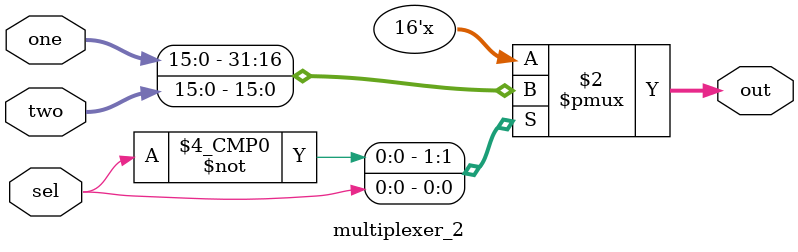
<source format=sv>
module datapath(clk, readnum, vsel, loada, loadb, shift, asel, bsel, ALUop, loadc, loads, writenum, write, Z_out, datapath_out, mdata, sximm8, PC, sximm5);

input [15:0] mdata, sximm8, sximm5;
input [7:0] PC;
wire [15:0]  data_out, aout, in, sout, out, Ain, Bin, data_in;
output reg [15:0] datapath_out;
input [2:0] readnum, writenum;
input write, clk, loada, loadb, asel, bsel, loads, loadc;
input [1:0] shift, ALUop; 
output reg[2:0] Z_out;
wire Z ;
wire [2:0] status;
input [1:0] vsel;


  multiplexer_4 mux1(.one(datapath_out), .two({8'b0, PC}), .three(sximm8), .four(mdata), .sel(vsel), .out(data_in)); //First multiplexer that chooses datapath_in or datapath_out and outputs that number into data_in


  regfile REGFILE(.data_in(data_in), .writenum(writenum), .write(write), .readnum(readnum), .clk(clk), .data_out(data_out)); //The register file which stores the number we want into one of the 8 registers

  load_register regA(.clk(clk), .load(loada), .in(data_out), .out(aout)); //load register A which loads a number from data_in when loada is set to 1
  load_register regB(.clk(clk), .load(loadb), .in(data_out), .out(in)); //load register B which loads a number from data_in when loadb is set to 1

  shifter U1(.in(in), .shift(shift), .sout(sout)); //Performs shift operations on the number which is stored in load register B

  multiplexer_2 muxA(.one(aout), .two(16'b0), .sel(asel), .out(Ain)); //Multiplexer A which selects the number we loaded into load a, or 0



  multiplexer_2 muxB(.one(sout), .two(sximm5), .sel(bsel), .out(Bin)); //Multiplexer B which selects the number stored in load b or datapath_in


  ALU U2(.Ain(Ain), .Bin(Bin), .ALUop(ALUop), .out(out), .Z(Z)); //Arithmetic logic unit which does operations on the inputs A and B 



  load_register C(.clk(clk), .load(loadc), .in(out), .out(datapath_out)); //Load register C which outputs datapath_out

    assign status[0] = out[15]; //N
    assign status[1] = (Ain[15]^Bin[15]) ? 0 : (out[15]^Ain[15]); //V
    assign status[2] = Z; //Z
 
 status_register status_1(.clk(clk), .load(loads), .in(status), .out(Z_out)); //status is 1 if ALU outputs all 0's, 0 otherwise

endmodule

 

//code for a 2 input multiplexer where if sel is 0, output is one, and if sel is 1, output is two
module multiplexer_4(one, two, three, four, sel, out);

input[15:0] one, two, three, four;
input[1:0] sel;
output reg [15:0] out;

always_comb begin


case(sel) 
2'b00: out = one;
2'b01: out = two;
2'b10: out = three;
2'b11: out = four;

default:
out = 16'bxxxxxxxxxxxxxxxx;
endcase
end
endmodule

module status_register(clk, load, in, out);
input clk, load;
input [2:0] in;
output reg[2:0] out;
wire [2:0] next_out;


//code from slides, multiplexer which sets next_out to in if load is 1, otherwise sets next_out to out
assign next_out = load ? in : out;

always@(posedge clk)
    out = next_out;

endmodule

module multiplexer_2(one, two, sel, out); //2 input multiplexer

input[15:0] one, two;
input sel;
output reg [15:0] out;

always_comb begin


case(sel) 
1'b0: out = one;
1'b1: out = two;
default:
out = 16'bxxxxxxxxxxxxxxxx;
endcase
end
endmodule
</source>
